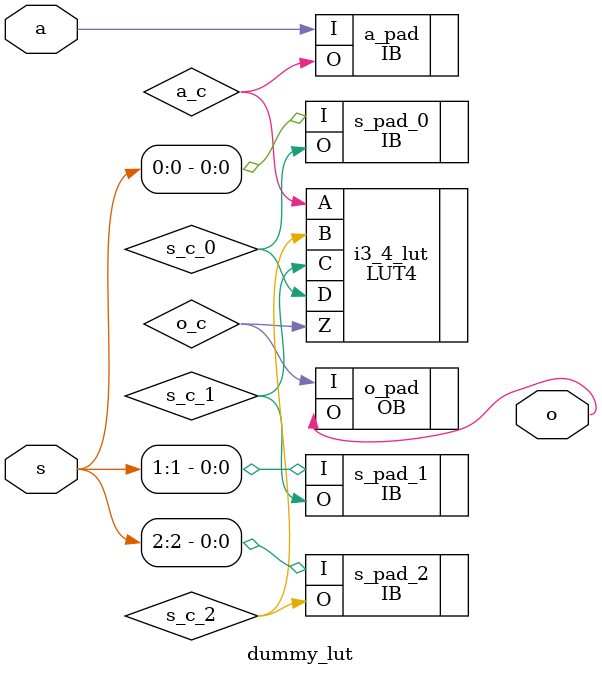
<source format=v>

module dummy_lut (a, s, o);   // /home/damiano/Documenti/Esami/Tesi/PUF/FPGA/impl1/source/dummy_lut.vhd(5[8:17])
    input a;   // /home/damiano/Documenti/Esami/Tesi/PUF/FPGA/impl1/source/dummy_lut.vhd(6[13:14])
    input [2:0]s;   // /home/damiano/Documenti/Esami/Tesi/PUF/FPGA/impl1/source/dummy_lut.vhd(7[13:14])
    output o;   // /home/damiano/Documenti/Esami/Tesi/PUF/FPGA/impl1/source/dummy_lut.vhd(8[13:14])
    
    
    wire a_c, s_c_2, s_c_1, s_c_0, o_c, VCC_net, GND_net;
    
    PUR PUR_INST (.PUR(VCC_net));
    defparam PUR_INST.RST_PULSE = 1;
    TSALL TSALL_INST (.TSALL(GND_net));
    VHI i23 (.Z(VCC_net));
    VLO i28 (.Z(GND_net));
    OB o_pad (.I(o_c), .O(o));   // /home/damiano/Documenti/Esami/Tesi/PUF/FPGA/impl1/source/dummy_lut.vhd(8[13:14])
    IB a_pad (.I(a), .O(a_c));   // /home/damiano/Documenti/Esami/Tesi/PUF/FPGA/impl1/source/dummy_lut.vhd(6[13:14])
    IB s_pad_2 (.I(s[2]), .O(s_c_2));   // /home/damiano/Documenti/Esami/Tesi/PUF/FPGA/impl1/source/dummy_lut.vhd(7[13:14])
    IB s_pad_1 (.I(s[1]), .O(s_c_1));   // /home/damiano/Documenti/Esami/Tesi/PUF/FPGA/impl1/source/dummy_lut.vhd(7[13:14])
    IB s_pad_0 (.I(s[0]), .O(s_c_0));   // /home/damiano/Documenti/Esami/Tesi/PUF/FPGA/impl1/source/dummy_lut.vhd(7[13:14])
    GSR GSR_INST (.GSR(VCC_net));
    LUT4 i3_4_lut (.A(a_c), .B(s_c_2), .C(s_c_1), .D(s_c_0), .Z(o_c)) /* synthesis lut_function=(A (B (C (D)))) */ ;   // /home/damiano/Documenti/Esami/Tesi/PUF/FPGA/impl1/source/dummy_lut.vhd(15[12:42])
    defparam i3_4_lut.init = 16'h8000;
    
endmodule
//
// Verilog Description of module PUR
// module not written out since it is a black-box. 
//

//
// Verilog Description of module TSALL
// module not written out since it is a black-box. 
//


</source>
